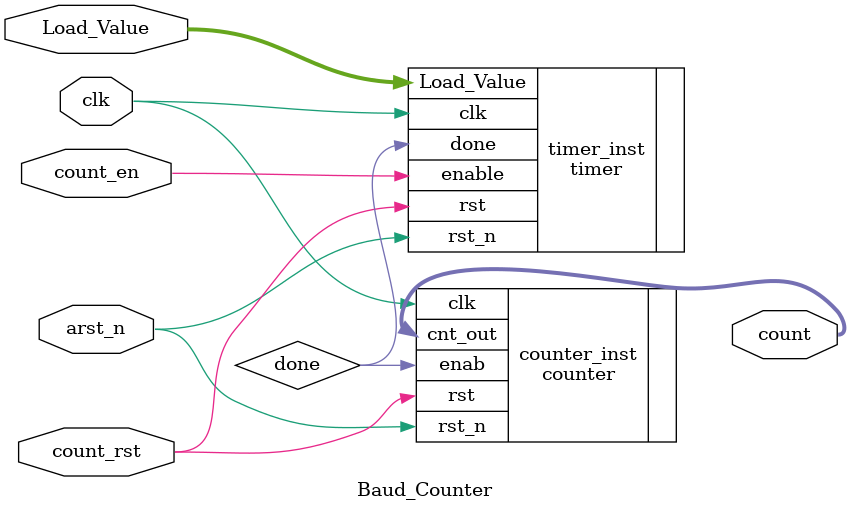
<source format=v>
module Baud_Counter #(
  parameter TIMER_BITS=10
)(
  input  wire       clk , arst_n , count_en, count_rst,
  input  wire [9:0] Load_Value,
  output wire [3:0] count 
);
  //Connection Wire
  wire done;

  //In this module, we use a timer that ticka after 1/16 of bit period specified by the baud rate
  //And another counter that counts from 0 to 15 to indicate a bit time
  //The counter output is connected to the FSM Controller inside the Tx or the Rx to take dicision upon
  //timer instantiation
  timer #(.TIMER_BITS(TIMER_BITS)) timer_inst (
    .clk(clk),
    .rst_n(arst_n),
    .rst(count_rst),
    .enable(count_en),
    .Load_Value(Load_Value),
    .done(done)
  );
  
  //Mod-16 counter instantiation
  counter counter_inst (
    .clk(clk),
    .enab(done),
    .rst_n(arst_n),
    .rst(count_rst),
    .cnt_out(count)
  );
endmodule
</source>
